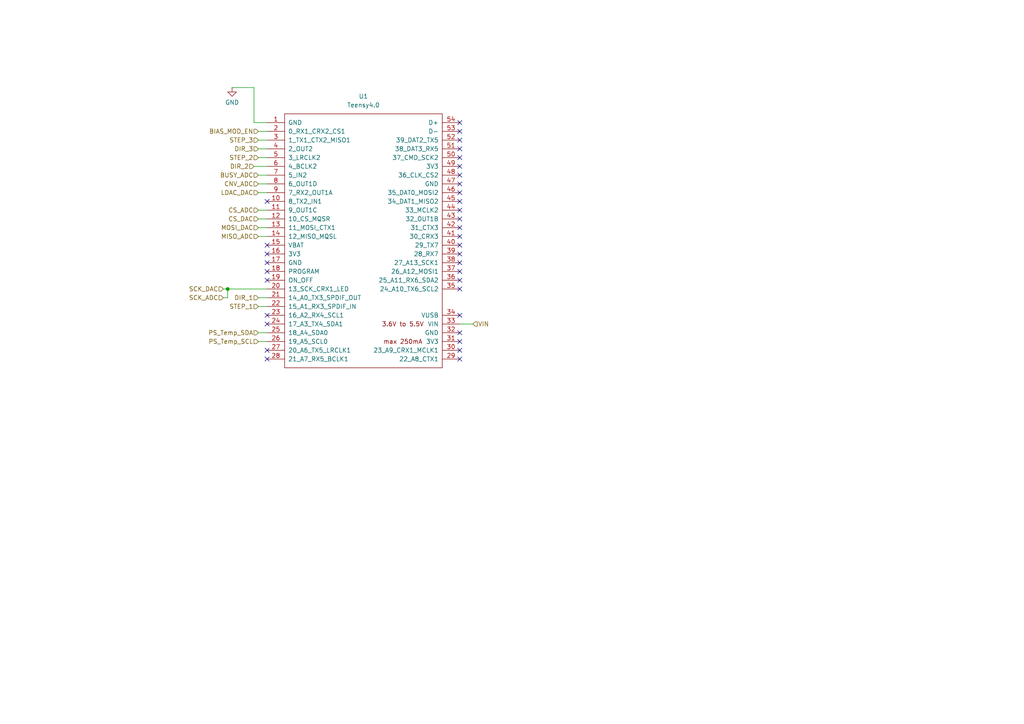
<source format=kicad_sch>
(kicad_sch (version 20250114) (generator "eeschema") (generator_version "9.0")
  (paper "A4")
  (lib_symbols
    (symbol "power:GND" (power) (pin_numbers (hide yes)) (pin_names (offset 0) (hide yes))
      (property "Value" "GND" (at 0 -3.81 0))
      (symbol "GND_0_1"
        (polyline (pts (xy 0 0) (xy 0 -1.27) (xy 1.27 -1.27) (xy 0 -2.54) (xy -1.27 -1.27) (xy 0 -1.27)))
      )
      (symbol "GND_1_1"
        (pin power_in line (at 0 0 270) (length 0) (name "~") (number "1"))
      )
    )
    (symbol "teensy:Teensy4.0" (pin_names (offset 1.016))
      (property "Reference" "U" (at 0 39.37 0))
      (property "Value" "Teensy4.0" (at 0 -39.37 0))
      (symbol "Teensy4.0_0_0"
        (text "3.6V to 5.5V" (at 11.43 -24.13 0) (effects (font (size 1.27 1.27))))
        (text "max 250mA" (at 11.43 -29.21 0) (effects (font (size 1.27 1.27))))
        (pin bidirectional line (at -27.94 24.13 0) (length 5.08) (name "3_LRCLK2") (number "5"))
        (pin bidirectional line (at -27.94 21.59 0) (length 5.08) (name "4_BCLK2") (number "6"))
        (pin bidirectional line (at -27.94 19.05 0) (length 5.08) (name "5_IN2") (number "7"))
        (pin bidirectional line (at -27.94 16.51 0) (length 5.08) (name "6_OUT1D") (number "8"))
        (pin bidirectional line (at -27.94 13.97 0) (length 5.08) (name "7_RX2_OUT1A") (number "9"))
        (pin bidirectional line (at -27.94 11.43 0) (length 5.08) (name "8_TX2_IN1") (number "10"))
        (pin bidirectional line (at -27.94 8.89 0) (length 5.08) (name "9_OUT1C") (number "11"))
        (pin bidirectional line (at -27.94 6.35 0) (length 5.08) (name "10_CS_MQSR") (number "12"))
        (pin bidirectional line (at -27.94 3.81 0) (length 5.08) (name "11_MOSI_CTX1") (number "13"))
        (pin bidirectional line (at -27.94 1.27 0) (length 5.08) (name "12_MISO_MQSL") (number "14"))
        (pin power_in line (at -27.94 -1.27 0) (length 5.08) (name "VBAT") (number "15"))
        (pin power_in line (at -27.94 -3.81 0) (length 5.08) (name "3V3") (number "16"))
        (pin power_in line (at -27.94 -6.35 0) (length 5.08) (name "GND") (number "17"))
        (pin input line (at -27.94 -8.89 0) (length 5.08) (name "PROGRAM") (number "18"))
        (pin input line (at -27.94 -11.43 0) (length 5.08) (name "ON_OFF") (number "19"))
        (pin bidirectional line (at -27.94 -13.97 0) (length 5.08) (name "13_SCK_CRX1_LED") (number "20"))
        (pin bidirectional line (at -27.94 -16.51 0) (length 5.08) (name "14_A0_TX3_SPDIF_OUT") (number "21"))
        (pin bidirectional line (at -27.94 -19.05 0) (length 5.08) (name "15_A1_RX3_SPDIF_IN") (number "22"))
        (pin bidirectional line (at -27.94 -21.59 0) (length 5.08) (name "16_A2_RX4_SCL1") (number "23"))
        (pin bidirectional line (at -27.94 -24.13 0) (length 5.08) (name "17_A3_TX4_SDA1") (number "24"))
        (pin bidirectional line (at -27.94 -26.67 0) (length 5.08) (name "18_A4_SDA0") (number "25"))
        (pin bidirectional line (at -27.94 -29.21 0) (length 5.08) (name "19_A5_SCL0") (number "26"))
        (pin bidirectional line (at -27.94 -31.75 0) (length 5.08) (name "20_A6_TX5_LRCLK1") (number "27"))
        (pin bidirectional line (at -27.94 -34.29 0) (length 5.08) (name "21_A7_RX5_BCLK1") (number "28"))
        (pin bidirectional line (at 27.94 34.29 180) (length 5.08) (name "D+") (number "54"))
        (pin bidirectional line (at 27.94 31.75 180) (length 5.08) (name "D-") (number "53"))
        (pin bidirectional line (at 27.94 29.21 180) (length 5.08) (name "39_DAT2_TX5") (number "52"))
        (pin bidirectional line (at 27.94 26.67 180) (length 5.08) (name "38_DAT3_RX5") (number "51"))
        (pin bidirectional line (at 27.94 24.13 180) (length 5.08) (name "37_CMD_SCK2") (number "50"))
        (pin power_out line (at 27.94 21.59 180) (length 5.08) (name "3V3") (number "49"))
        (pin bidirectional line (at 27.94 19.05 180) (length 5.08) (name "36_CLK_CS2") (number "48"))
        (pin power_out line (at 27.94 16.51 180) (length 5.08) (name "GND") (number "47"))
        (pin bidirectional line (at 27.94 13.97 180) (length 5.08) (name "35_DAT0_MOSI2") (number "46"))
        (pin bidirectional line (at 27.94 11.43 180) (length 5.08) (name "34_DAT1_MISO2") (number "45"))
        (pin bidirectional line (at 27.94 8.89 180) (length 5.08) (name "33_MCLK2") (number "44"))
        (pin bidirectional line (at 27.94 6.35 180) (length 5.08) (name "32_OUT1B") (number "43"))
        (pin bidirectional line (at 27.94 3.81 180) (length 5.08) (name "31_CTX3") (number "42"))
        (pin bidirectional line (at 27.94 1.27 180) (length 5.08) (name "30_CRX3") (number "41"))
        (pin bidirectional line (at 27.94 -1.27 180) (length 5.08) (name "29_TX7") (number "40"))
        (pin bidirectional line (at 27.94 -3.81 180) (length 5.08) (name "28_RX7") (number "39"))
        (pin bidirectional line (at 27.94 -6.35 180) (length 5.08) (name "27_A13_SCK1") (number "38"))
        (pin bidirectional line (at 27.94 -8.89 180) (length 5.08) (name "26_A12_MOSI1") (number "37"))
        (pin bidirectional line (at 27.94 -11.43 180) (length 5.08) (name "25_A11_RX6_SDA2") (number "36"))
        (pin bidirectional line (at 27.94 -13.97 180) (length 5.08) (name "24_A10_TX6_SCL2") (number "35"))
        (pin power_out line (at 27.94 -21.59 180) (length 5.08) (name "VUSB") (number "34"))
        (pin power_in line (at 27.94 -24.13 180) (length 5.08) (name "VIN") (number "33"))
        (pin power_in line (at 27.94 -26.67 180) (length 5.08) (name "GND") (number "32"))
        (pin power_out line (at 27.94 -29.21 180) (length 5.08) (name "3V3") (number "31"))
        (pin bidirectional line (at 27.94 -31.75 180) (length 5.08) (name "23_A9_CRX1_MCLK1") (number "30"))
        (pin bidirectional line (at 27.94 -34.29 180) (length 5.08) (name "22_A8_CTX1") (number "29"))
      )
      (symbol "Teensy4.0_0_1"
        (rectangle (start -22.86 36.83) (end 22.86 -36.83))
        (rectangle (start -20.32 -31.75) (end -20.32 -31.75))
      )
      (symbol "Teensy4.0_1_1"
        (pin power_in line (at -27.94 34.29 0) (length 5.08) (name "GND") (number "1"))
        (pin bidirectional line (at -27.94 31.75 0) (length 5.08) (name "0_RX1_CRX2_CS1") (number "2"))
        (pin bidirectional line (at -27.94 29.21 0) (length 5.08) (name "1_TX1_CTX2_MISO1") (number "3"))
        (pin bidirectional line (at -27.94 26.67 0) (length 5.08) (name "2_OUT2") (number "4"))
      )
    )
  )
  (junction (at 66.04 83.82))
  (no_connect (at 133.35 71.12))
  (no_connect (at 77.47 58.42))
  (no_connect (at 133.35 43.18))
  (no_connect (at 133.35 78.74))
  (no_connect (at 133.35 99.06))
  (no_connect (at 133.35 35.56))
  (no_connect (at 77.47 104.14))
  (no_connect (at 133.35 40.64))
  (no_connect (at 133.35 91.44))
  (no_connect (at 133.35 53.34))
  (no_connect (at 77.47 81.28))
  (no_connect (at 133.35 96.52))
  (no_connect (at 77.47 93.98))
  (no_connect (at 133.35 60.96))
  (no_connect (at 133.35 73.66))
  (no_connect (at 133.35 81.28))
  (no_connect (at 133.35 66.04))
  (no_connect (at 133.35 76.2))
  (no_connect (at 133.35 55.88))
  (no_connect (at 133.35 38.1))
  (no_connect (at 133.35 104.14))
  (no_connect (at 133.35 50.8))
  (no_connect (at 133.35 101.6))
  (no_connect (at 133.35 63.5))
  (no_connect (at 77.47 71.12))
  (no_connect (at 77.47 101.6))
  (no_connect (at 133.35 68.58))
  (no_connect (at 133.35 45.72))
  (no_connect (at 77.47 73.66))
  (no_connect (at 77.47 91.44))
  (no_connect (at 133.35 48.26))
  (no_connect (at 77.47 78.74))
  (no_connect (at 133.35 83.82))
  (no_connect (at 133.35 58.42))
  (no_connect (at 77.47 76.2))
  (wire (pts (xy 74.93 50.8) (xy 77.47 50.8)))
  (wire (pts (xy 74.93 55.88) (xy 77.47 55.88)))
  (wire (pts (xy 66.04 83.82) (xy 77.47 83.82)))
  (wire (pts (xy 74.93 53.34) (xy 77.47 53.34)))
  (wire (pts (xy 74.93 99.06) (xy 77.47 99.06)))
  (wire (pts (xy 74.93 43.18) (xy 77.47 43.18)))
  (wire (pts (xy 67.31 25.4) (xy 73.66 25.4)))
  (wire (pts (xy 74.93 86.36) (xy 77.47 86.36)))
  (wire (pts (xy 73.66 48.26) (xy 77.47 48.26)))
  (wire (pts (xy 66.04 83.82) (xy 66.04 86.36)))
  (wire (pts (xy 74.93 96.52) (xy 77.47 96.52)))
  (wire (pts (xy 64.77 86.36) (xy 66.04 86.36)))
  (wire (pts (xy 74.93 68.58) (xy 77.47 68.58)))
  (wire (pts (xy 64.77 83.82) (xy 66.04 83.82)))
  (wire (pts (xy 74.93 60.96) (xy 77.47 60.96)))
  (wire (pts (xy 74.93 38.1) (xy 77.47 38.1)))
  (wire (pts (xy 74.93 45.72) (xy 77.47 45.72)))
  (wire (pts (xy 73.66 35.56) (xy 77.47 35.56)))
  (wire (pts (xy 74.93 88.9) (xy 77.47 88.9)))
  (wire (pts (xy 133.35 93.98) (xy 137.16 93.98)))
  (wire (pts (xy 74.93 66.04) (xy 77.47 66.04)))
  (wire (pts (xy 74.93 40.64) (xy 77.47 40.64)))
  (wire (pts (xy 73.66 25.4) (xy 73.66 35.56)))
  (wire (pts (xy 74.93 63.5) (xy 77.47 63.5)))
  (hierarchical_label "STEP_2" (shape input) (at 74.93 45.72 180))
  (hierarchical_label "BUSY_ADC" (shape input) (at 74.93 50.8 180))
  (hierarchical_label "LDAC_DAC" (shape input) (at 74.93 55.88 180))
  (hierarchical_label "SCK_ADC" (shape input) (at 64.77 86.36 180))
  (hierarchical_label "MOSI_DAC" (shape input) (at 74.93 66.04 180))
  (hierarchical_label "STEP_1" (shape input) (at 74.93 88.9 180))
  (hierarchical_label "DIR_1" (shape input) (at 74.93 86.36 180))
  (hierarchical_label "CS_ADC" (shape input) (at 74.93 60.96 180))
  (hierarchical_label "CS_DAC" (shape input) (at 74.93 63.5 180))
  (hierarchical_label "VIN" (shape input) (at 137.16 93.98 0))
  (hierarchical_label "PS_Temp_SDA" (shape input) (at 74.93 96.52 180))
  (hierarchical_label "STEP_3" (shape input) (at 74.93 40.64 180))
  (hierarchical_label "SCK_DAC" (shape input) (at 64.77 83.82 180))
  (hierarchical_label "DIR_3" (shape input) (at 74.93 43.18 180))
  (hierarchical_label "DIR_2" (shape input) (at 73.66 48.26 180))
  (hierarchical_label "CNV_ADC" (shape input) (at 74.93 53.34 180))
  (hierarchical_label "PS_Temp_SCL" (shape input) (at 74.93 99.06 180))
  (hierarchical_label "BIAS_MOD_EN" (shape input) (at 74.93 38.1 180))
  (hierarchical_label "MISO_ADC" (shape input) (at 74.93 68.58 180))
  (symbol (lib_id "teensy:Teensy4.0") (at 105.41 69.85 0) (unit 1)
    (property "Reference" "U1" (at 105.41 27.94 0))
    (property "Value" "Teensy4.0" (at 105.41 30.48 0))
    (property "Footprint" "Teensy40:Teensy40" (effects (hide yes)))
  )
  (symbol (lib_id "power:GND") (at 67.31 25.4 0) (unit 1)
    (property "Reference" "#PWR08" (effects (hide yes)))
    (property "Value" "GND" (at 67.31 29.718 0))
    (property "Description" "Power symbol creates a global label with name \"GND\" , ground" (effects (hide yes)))
  )
)
</source>
